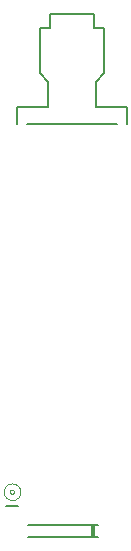
<source format=gto>
G75*
G70*
%OFA0B0*%
%FSLAX24Y24*%
%IPPOS*%
%LPD*%
%AMOC8*
5,1,8,0,0,1.08239X$1,22.5*
%
%ADD10C,0.0080*%
%ADD11C,0.0040*%
%ADD12R,0.0157X0.0394*%
D10*
X002790Y001561D02*
X003184Y001561D01*
X003506Y000930D02*
X005868Y000930D01*
X005868Y000536D02*
X003506Y000536D01*
X003471Y014282D02*
X006502Y014282D01*
X006817Y014282D02*
X006817Y014853D01*
X005774Y014853D01*
X005774Y015700D01*
X006069Y015995D01*
X006069Y017491D01*
X005735Y017491D01*
X005735Y017954D01*
X004239Y017954D01*
X004239Y017491D01*
X003904Y017491D01*
X003904Y015995D01*
X004199Y015700D01*
X004199Y014853D01*
X003156Y014853D01*
X003156Y014282D01*
D11*
X002918Y002033D02*
X002920Y002049D01*
X002925Y002064D01*
X002934Y002077D01*
X002946Y002088D01*
X002960Y002096D01*
X002975Y002101D01*
X002991Y002102D01*
X003007Y002099D01*
X003021Y002093D01*
X003034Y002083D01*
X003045Y002071D01*
X003052Y002057D01*
X003056Y002041D01*
X003056Y002025D01*
X003052Y002009D01*
X003045Y001995D01*
X003034Y001983D01*
X003022Y001973D01*
X003007Y001967D01*
X002991Y001964D01*
X002975Y001965D01*
X002960Y001970D01*
X002946Y001978D01*
X002934Y001989D01*
X002925Y002002D01*
X002920Y002017D01*
X002918Y002033D01*
X002711Y002033D02*
X002713Y002066D01*
X002719Y002098D01*
X002728Y002129D01*
X002741Y002159D01*
X002758Y002187D01*
X002778Y002213D01*
X002801Y002237D01*
X002826Y002257D01*
X002854Y002275D01*
X002883Y002289D01*
X002914Y002299D01*
X002946Y002306D01*
X002979Y002309D01*
X003012Y002308D01*
X003044Y002303D01*
X003075Y002294D01*
X003106Y002282D01*
X003134Y002266D01*
X003161Y002247D01*
X003185Y002225D01*
X003206Y002200D01*
X003225Y002173D01*
X003240Y002144D01*
X003251Y002114D01*
X003259Y002082D01*
X003263Y002049D01*
X003263Y002017D01*
X003259Y001984D01*
X003251Y001952D01*
X003240Y001922D01*
X003225Y001893D01*
X003206Y001866D01*
X003185Y001841D01*
X003161Y001819D01*
X003134Y001800D01*
X003106Y001784D01*
X003075Y001772D01*
X003044Y001763D01*
X003012Y001758D01*
X002979Y001757D01*
X002946Y001760D01*
X002914Y001767D01*
X002883Y001777D01*
X002854Y001791D01*
X002826Y001809D01*
X002801Y001829D01*
X002778Y001853D01*
X002758Y001879D01*
X002741Y001907D01*
X002728Y001937D01*
X002719Y001968D01*
X002713Y002000D01*
X002711Y002033D01*
D12*
X005671Y000733D03*
M02*

</source>
